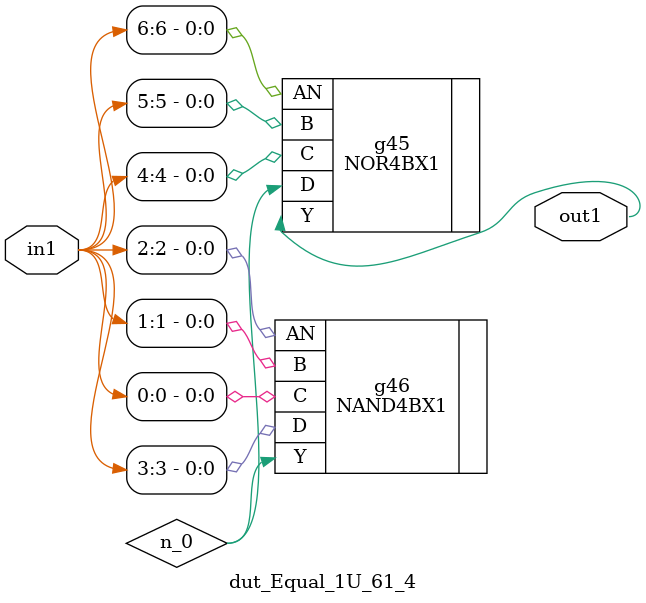
<source format=v>
`timescale 1ps / 1ps


module dut_Equal_1U_61_4(in1, out1);
  input [6:0] in1;
  output out1;
  wire [6:0] in1;
  wire out1;
  wire n_0;
  NOR4BX1 g45(.AN (in1[6]), .B (in1[5]), .C (in1[4]), .D (n_0), .Y
       (out1));
  NAND4BX1 g46(.AN (in1[2]), .B (in1[1]), .C (in1[0]), .D (in1[3]), .Y
       (n_0));
endmodule



</source>
